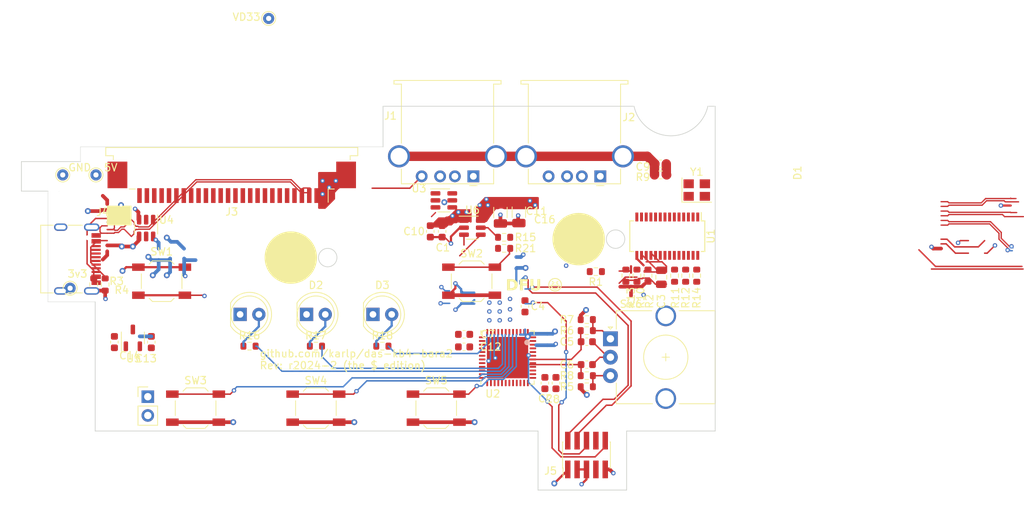
<source format=kicad_pcb>
(kicad_pcb (version 20240108) (generator "pcbnew") (generator_version "8.0")
  (layers (0 "F.Cu" signal) (1 "In1.Cu" power) (2 "In2.Cu" power) (31 "B.Cu" signal) (34 "B.Paste" user) (35 "F.Paste" user) (36 "B.SilkS" user "B.Silkscreen") (37 "F.SilkS" user "F.Silkscreen") (38 "B.Mask" user) (39 "F.Mask" user) (44 "Edge.Cuts" user))
  (net 0 "")
  (net 1 "GND")
  (net 2 "+5V")
  (net 3 "+3V3")
  (net 4 "/usb/VD33")
  (net 5 "/keys_mcu/ENC_A")
  (net 6 "/keys_mcu/ENC_B")
  (net 7 "GNDPWR")
  (net 8 "VBUS")
  (net 9 "Net-(D1-A)")
  (net 10 "Net-(D2-A)")
  (net 11 "Net-(D3-A)")
  (net 12 "/usb/UDS1N")
  (net 13 "/usb/UDS1P")
  (net 14 "/usb/UDS2N")
  (net 15 "/usb/UDS2P")
  (net 16 "/keys_mcu/CM1")
  (net 17 "/keys_mcu/CM2")
  (net 18 "/keys_mcu/CM3")
  (net 19 "/keys_mcu/CM4")
  (net 20 "/keys_mcu/CM5")
  (net 21 "/keys_mcu/CM6")
  (net 22 "/keys_mcu/CM7")
  (net 24 "/keys_mcu/CM9")
  (net 25 "/keys_mcu/CM10")
  (net 26 "/keys_mcu/CM11")
  (net 27 "/keys_mcu/CM12")
  (net 28 "/keys_mcu/CM13")
  (net 29 "/keys_mcu/CM14")
  (net 30 "/keys_mcu/CM15")
  (net 31 "/keys_mcu/CM16")
  (net 32 "/keys_mcu/CM17")
  (net 33 "/keys_mcu/CM18")
  (net 34 "/keys_mcu/CM19")
  (net 35 "/keys_mcu/CM20")
  (net 36 "/keys_mcu/CM21")
  (net 37 "/keys_mcu/CM22")
  (net 38 "/keys_mcu/CM23")
  (net 39 "/keys_mcu/CM24")
  (net 40 "/keys_mcu/CM25")
  (net 41 "/keys_mcu/CM26")
  (net 42 "Net-(J4-CC1)")
  (net 43 "/usb/UUPP")
  (net 44 "/usb/UUPN")
  (net 46 "Net-(J4-CC2)")
  (net 48 "/keys_mcu/SWD_IO")
  (net 49 "/keys_mcu/SWD_CLK")
  (net 50 "/keys_mcu/SWO")
  (net 53 "/keys_mcu/NRST")
  (net 54 "Net-(U1-REXT)")
  (net 55 "/usb/BUSJ")
  (net 56 "Net-(R5-Pad2)")
  (net 57 "Net-(R6-Pad2)")
  (net 58 "Net-(U1-DRV)")
  (net 59 "Net-(U1-~{XRSTJ})")
  (net 60 "/usb/PWR_OC")
  (net 61 "/usb/ILIM")
  (net 62 "/keys_mcu/NUM_LOCK")
  (net 63 "/keys_mcu/CAPS_LOCK")
  (net 64 "/keys_mcu/SCROLL_LOCK")
  (net 65 "/keys_mcu/SW1")
  (net 66 "/usb/PWR_EN")
  (net 67 "Net-(U1-XOUT)")
  (net 68 "Net-(U1-XIN)")
  (net 71 "UMCU_N")
  (net 72 "UMCU_P")
  (net 78 "/keys_mcu/SW3")
  (net 79 "/keys_mcu/SW4")
  (net 80 "/keys_mcu/SW5")
  (net 81 "/keys_mcu/SW2")
  (net 84 "unconnected-(U4-I{slash}O4-Pad6)")
  (footprint "Resistor_SMD:R_0603_1608Metric" (layer "F.Cu") (at 124.305 113.8)
    (property "Reference" "R16")
    (property "Value" "220")
  )
  (footprint "Capacitor_SMD:C_0603_1608Metric" (layer "F.Cu") (at 106 113.25 90)
    (property "Reference" "C14")
    (property "Value" "1uF")
  )
  (footprint "Capacitor_SMD:C_0603_1608Metric" (layer "F.Cu") (at 153.375 112.2 180)
    (property "Reference" "C7")
    (property "Value" "100nF")
  )
  (footprint "Button_Switch_SMD:SW_SPST_TL3342" (layer "F.Cu") (at 112.4 105 180)
    (property "Reference" "SW1")
    (property "Value" "PWR")
  )
  (footprint "Capacitor_SMD:C_0805_2012Metric" (layer "F.Cu") (at 180.0925 104.47 -90)
    (property "Reference" "C3")
    (property "Value" "10uF")
  )
  (footprint "Resistor_SMD:R_0603_1608Metric" (layer "F.Cu") (at 170 111.7)
    (property "Reference" "R6")
    (property "Value" "10k")
  )
  (footprint "Resistor_SMD:R_0603_1608Metric" (layer "F.Cu") (at 170 117.8 180)
    (property "Reference" "R8")
    (property "Value" "10k")
  )
  (footprint "Button_Switch_SMD:SW_SPST_TL3342" (layer "F.Cu") (at 149.6 122.2)
    (property "Reference" "SW5")
    (property "Value" "NEXT")
  )
  (footprint "Resistor_SMD:R_0603_1608Metric" (layer "F.Cu") (at 133.305 113.8)
    (property "Reference" "R17")
    (property "Value" "220")
  )
  (footprint "Connector_PinHeader_1.27mm:PinHeader_2x05_P1.27mm_Vertical_SMD" (layer "F.Cu") (at 169.96 128.55 90)
    (property "Reference" "J5")
    (property "Value" "Conn_ARM_JTAG_SWD_10")
  )
  (footprint "Crystal:Crystal_SMD_3225-4Pin_3.2x2.5mm" (layer "F.Cu") (at 184.9 92.65)
    (property "Reference" "Y1")
    (property "Value" "12MHz")
  )
  (footprint "Button_Switch_SMD:SW_SPST_TL3342" (layer "F.Cu") (at 154.4 105)
    (property "Reference" "SW2")
    (property "Value" "MUTE")
  )
  (footprint "Capacitor_SMD:C_0603_1608Metric" (layer "F.Cu") (at 165.825 118.8 -90)
    (property "Reference" "C8")
    (property "Value" "1uF")
  )
  (footprint "Resistor_SMD:R_0603_1608Metric" (layer "F.Cu") (at 170 110.2)
    (property "Reference" "R7")
    (property "Value" "10k")
  )
  (footprint "TestPoint:TestPoint_THTPad_D1.5mm_Drill0.7mm" (layer "F.Cu") (at 100 105.95)
    (property "Reference" "TP2" (hide yes))
    (property "Value" "3v3")
  )
  (footprint "Resistor_SMD:R_0603_1608Metric" (layer "F.Cu") (at 175.2925 104.25 90)
    (property "Reference" "R13")
    (property "Value" "10k")
  )
  (footprint "Resistor_SMD:R_0603_1608Metric" (layer "F.Cu") (at 178.2925 104.25 -90)
    (property "Reference" "R2")
    (property "Value" "10k")
  )
  (footprint "Rotary_Encoder:RotaryEncoder_Alps_EC12E_Vertical_H20mm_CircularMountingHoles" (layer "F.Cu") (at 173.2 112.8)
    (property "Reference" "SW6")
    (property "Value" "Volume")
  )
  (footprint "TestPoint:TestPoint_THTPad_D1.5mm_Drill0.7mm" (layer "F.Cu") (at 103.5 90.6)
    (property "Reference" "TP1" (hide yes))
    (property "Value" "5V")
  )
  (footprint "Capacitor_SMD:C_0603_1608Metric" (layer "F.Cu") (at 153.375 113.9)
    (property "Reference" "C12")
    (property "Value" "1uF")
  )
  (footprint "Capacitor_SMD:C_0603_1608Metric" (layer "F.Cu") (at 150.4 98.2505 90)
    (property "Reference" "C1")
    (property "Value" "100nF")
  )
  (footprint "Package_DFN_QFN:QFN-48-1EP_7x7mm_P0.5mm_EP5.6x5.6mm" (layer "F.Cu") (at 159.2625 115.35 90)
    (property "Reference" "U2")
    (property "Value" "STM32G431CBUx")
  )
  (footprint "Connector_USB:USB_C_Receptacle_G-Switch_GT-USB-7010ASV" (layer "F.Cu") (at 99.8 102 -90)
    (property "Reference" "J4")
    (property "Value" "USB_C_Receptacle_USB2.0")
  )
  (footprint "Resistor_SMD:R_0603_1608Metric" (layer "F.Cu") (at 158.8 100.5505)
    (property "Reference" "R21")
    (property "Value" "10k")
  )
  (footprint "Resistor_SMD:R_0603_1608Metric" (layer "F.Cu") (at 183.3925 104.25 90)
    (property "Reference" "R12")
    (property "Value" "10k")
  )
  (footprint "LED_THT:LED_D5.0mm" (layer "F.Cu") (at 123.03 109.5)
    (property "Reference" "D1")
    (property "Value" "NUM_LOCK")
  )
  (footprint "Resistor_SMD:R_0603_1608Metric" (layer "F.Cu") (at 142.305 113.8)
    (property "Reference" "R18")
    (property "Value" "220")
  )
  (footprint "Package_TO_SOT_SMD:SOT-23-6" (layer "F.Cu") (at 110.3 97.8 -90)
    (property "Reference" "U4")
    (property "Value" "SRV05-4")
  )
  (footprint "TestPoint:TestPoint_THTPad_D1.5mm_Drill0.7mm" (layer "F.Cu") (at 126.9 69.4)
    (property "Reference" "TP4" (hide yes))
    (property "Value" "VD33")
  )
  (footprint "Resistor_SMD:R_0603_1608Metric" (layer "F.Cu") (at 184.8925 104.25 90)
    (property "Reference" "R14")
    (property "Value" "10k")
  )
  (footprint "Connector_USB:USB_A_Stewart_SS-52100-001_Horizontal" (layer "F.Cu") (at 171.83 90.79 180)
    (property "Reference" "J2")
    (property "Value" "USB_A")
  )
  (footprint "Resistor_SMD:R_0603_1608Metric" (layer "F.Cu") (at 181.8925 104.25 90)
    (property "Reference" "R11")
    (property "Value" "10k")
  )
  (footprint "LED_THT:LED_D5.0mm" (layer "F.Cu") (at 141.03 109.5)
    (property "Reference" "D3")
    (property "Value" "SCROLL_LOCK")
  )
  (footprint "Button_Switch_SMD:SW_SPST_TL3342" (layer "F.Cu") (at 117 122.2)
    (property "Reference" "SW3")
    (property "Value" "PREV")
  )
  (footprint "Capacitor_SMD:C_0603_1608Metric" (layer "F.Cu") (at 170 113.2)
    (property "Reference" "C5")
    (property "Value" "10nF")
  )
  (footprint "Resistor_SMD:R_0603_1608Metric" (layer "F.Cu") (at 180 90.6 180)
    (property "Reference" "R9")
    (property "Value" "220")
  )
  (footprint "Capacitor_SMD:C_0603_1608Metric" (layer "F.Cu") (at 164.325 118.8 90)
    (property "Reference" "C2")
    (property "Value" "100nF")
  )
  (footprint "Connector_PinHeader_2.54mm:PinHeader_1x02_P2.54mm_Vertical" (layer "F.Cu") (at 110.525 120.65)
    (property "Reference" "JP3" (hide yes))
    (property "Value" "Jumper_2_Open" (hide yes))
  )
  (footprint "Capacitor_SMD:C_0603_1608Metric" (layer "F.Cu") (at 161.625 108.4 -90)
    (property "Reference" "C4")
    (property "Value" "100nF")
  )
  (footprint "Capacitor_SMD:C_0603_1608Metric" (layer "F.Cu") (at 180 89.1 180)
    (property "Reference" "C9")
    (property "Value" "100nF")
  )
  (footprint "Connector_USB:USB_A_Stewart_SS-52100-001_Horizontal" (layer "F.Cu") (at 154.63 90.79 180)
    (property "Reference" "J1")
    (property "Value" "USB_A")
  )
  (footprint "Capacitor_SMD:C_1206_3216Metric" (layer "F.Cu") (at 160.8 95.6505 -90)
    (property "Reference" "C16")
    (property "Value" "100uF")
  )
  (footprint "Resistor_SMD:R_0603_1608Metric" (layer "F.Cu") (at 170 119.3)
    (property "Reference" "R5")
    (property "Value" "10k")
  )
  (footprint "Capacitor_SMD:C_0603_1608Metric" (layer "F.Cu") (at 170 116.3)
    (property "Reference" "C6")
    (property "Value" "10nF")
  )
  (footprint "Package_TO_SOT_SMD:SOT-23-6" (layer "F.Cu") (at 154.5 97.7505)
    (property "Reference" "U6")
    (property "Value" "AP2552W6")
  )
  (footprint "Package_SO:SSOP-28_3.9x9.9mm_P0.635mm" (layer "F.Cu") (at 180.9075 98.9 -90)
    (property "Reference" "U1")
    (property "Value" "FE1.1s")
  )
  (footprint "Button_Switch_SMD:SW_SPST_TL3342" (layer "F.Cu") (at 133.3 122.2)
    (property "Reference" "SW4")
    (property "Value" "PLAY_PAUSE")
  )
  (footprint "TestPoint:TestPoint_THTPad_D1.5mm_Drill0.7mm" (layer "F.Cu") (at 99 90.6)
    (property "Reference" "TP3" (hide yes))
    (property "Value" "GND")
  )
  (footprint "Capacitor_SMD:C_1206_3216Metric" (layer "F.Cu") (at 158.3 95.7 -90)
    (property "Reference" "C11")
    (property "Value" "100uF")
  )
  (footprint "Resistor_SMD:R_0603_1608Metric" (layer "F.Cu") (at 104.75 105.45 -90)
    (property "Reference" "R4")
    (property "Value" "5k1")
  )
  (footprint "Package_TO_SOT_SMD:SOT-23-3" (layer "F.Cu") (at 108.5 112.68 90)
    (property "Reference" "U5")
    (property "Value" "XC6206PxxxMR")
  )
  (footprint "Resistor_SMD:R_0603_1608Metric" (layer "F.Cu") (at 103.2 105.45 -90)
    (property "Reference" "R3")
    (property "Value" "5k1")
  )
  (footprint "Resistor_SMD:R_0603_1608Metric" (layer "F.Cu") (at 171.225 103.7)
    (property "Reference" "R1")
    (property "Value" "2k7/1%")
  )
  (footprint "Capacitor_SMD:C_0603_1608Metric" (layer "F.Cu") (at 111 113.25 -90)
    (property "Reference" "C13")
    (property "Value" "1uF")
  )
  (footprint "Connector_FFC-FPC:TE_2-84952-6_1x26-1MP_P1.0mm_Horizontal" (layer "F.Cu") (at 121.9 91.6 180)
    (property "Reference" "J3")
    (property "Value" "Conn_01x26_Socket")
  )
  (footprint "Resistor_SMD:R_0603_1608Metric" (layer "F.Cu") (at 176.7925 104.25 90)
    (property "Reference" "R10")
    (property "Value" "0")
  )
  (footprint "Capacitor_SMD:C_0603_1608Metric" (layer "F.Cu") (at 148.8 98.2505 -90)
    (property "Reference" "C10")
    (property "Value" "1uF")
  )
  (footprint "Package_TO_SOT_SMD:SOT-23-6" (layer "F.Cu") (at 150.6375 94.05)
    (property "Reference" "U3")
    (property "Value" "SRV05-4")
  )
  (footprint "LED_THT:LED_D5.0mm" (layer "F.Cu") (at 132.03 109.5)
    (property "Reference" "D2")
    (property "Value" "CAPS_LOCK")
  )
  (footprint "Resistor_SMD:R_0603_1608Metric" (layer "F.Cu") (at 158.8 99.0505)
    (property "Reference" "R15")
    (property "Value" "10k")
  )
  (gr_circle (center 161.9 113.3) (end 162.216228 113.3) (stroke (width 0.12)) (fill solid) (layer "B.SilkS"))
  (gr_rect (start 105 94.8) (end 108.3 97.4) (stroke (width 0.05)) (fill solid) (layer "F.SilkS"))
  (gr_circle (center 168.9 99.3) (end 172.4 99.3) (stroke (width 0.1)) (fill solid) (layer "F.SilkS"))
  (gr_circle (center 129.9 101.8) (end 133.4 101.8) (stroke (width 0.1)) (fill solid) (layer "F.SilkS"))
  (gr_line (start 97 92.8) (end 97 107.8) (stroke (width 0.05)) (layer "Edge.Cuts"))
  (gr_circle (center 134.9 101.8) (end 136.15 101.8) (stroke (width 0.1)) (fill none) (layer "Edge.Cuts"))
  (gr_line (start 142.4 86.8) (end 142.4 81.3) (stroke (width 0.1)) (layer "Edge.Cuts"))
  (gr_line (start 163.4 125.3) (end 103.4 125.3) (stroke (width 0.1)) (layer "Edge.Cuts"))
  (gr_line (start 98.5 92.8) (end 98.5 92.8) (stroke (width 0.05)) (layer "Edge.Cuts"))
  (gr_line (start 93.4 92.8) (end 93.4 88.8) (stroke (width 0.1)) (layer "Edge.Cuts"))
  (gr_line (start 175.4 125.3) (end 175.4 133.3) (stroke (width 0.1)) (layer "Edge.Cuts"))
  (gr_line (start 175.4 133.3) (end 163.4 133.3) (stroke (width 0.1)) (layer "Edge.Cuts"))
  (gr_line (start 103.4 125.3) (end 103.4 107.8) (stroke (width 0.1)) (layer "Edge.Cuts"))
  (gr_line (start 93.4 88.8) (end 101.4 88.8) (stroke (width 0.1)) (layer "Edge.Cuts"))
  (gr_line (start 163.4 133.3) (end 163.4 125.3) (stroke (width 0.1)) (layer "Edge.Cuts"))
  (gr_line (start 101.4 86.8) (end 142.4 86.8) (stroke (width 0.05)) (layer "Edge.Cuts"))
  (gr_line (start 97 107.8) (end 103.4 107.8) (stroke (width 0.05)) (layer "Edge.Cuts"))
  (gr_line (start 187.4 81.3) (end 187.4 125.3) (stroke (width 0.1)) (layer "Edge.Cuts"))
  (gr_circle (center 173.9 99.3) (end 175.15 99.3) (stroke (width 0.1)) (fill none) (layer "Edge.Cuts"))
  (gr_line (start 142.4 81.3) (end 176.4 81.3) (stroke (width 0.1)) (layer "Edge.Cuts"))
  (gr_line (start 101.4 86.8) (end 101.4 88.8) (stroke (width 0.05)) (layer "Edge.Cuts"))
  (gr_arc (start 186.4 81.300001) (mid 181.399983 85.3) (end 176.399992 81.299967) (stroke (width 0.1)) (layer "Edge.Cuts"))
  (gr_line (start 186.4 81.3) (end 187.4 81.3) (stroke (width 0.1)) (layer "Edge.Cuts"))
  (gr_line (start 97 92.8) (end 93.4 92.8) (stroke (width 0.1)) (layer "Edge.Cuts"))
  (gr_line (start 187.4 125.3) (end 175.4 125.3) (stroke (width 0.1)) (layer "Edge.Cuts"))
  (gr_text "DFU 😆" (at 159 106.5 0) (layer "F.SilkS") (effects (font (size 1.5 1.5) (thickness 0.3) (bold yes)) (justify left bottom)))
  (gr_text "github.com/karlp/das-kb4-bara2\nRev: r2024-2 (the $ edition)" (at 125.6 117 0) (layer "F.SilkS") (effects (font (size 1 1)) (justify left bottom)))
  (segment (start 180.775 89.1) (end 180.775 90.55) (width 1.27) (layer "F.Cu") (net 1))
  (segment (start 221.7 99.5005) (end 220.6005 99.5005) (width 0.2) (layer "F.Cu") (net 1))
  (segment (start 175.9925 105.745) (end 175.9925 106.975) (width 0.5) (layer "F.Cu") (net 1))
  (segment (start 169.96 130.5) (end 169.96 131.84) (width 0.3) (layer "F.Cu") (net 1))
  (segment (start 168.69 130.5) (end 169.96 130.5) (width 0.3) (layer "F.Cu") (net 1))
  (segment (start 105.025 101.47) (end 104.425 102.07) (width 0.5) (layer "F.Cu") (net 1))
  (segment (start 227.4325 94.7505) (end 226.1 94.7505) (width 0.3) (layer "F.Cu") (net 1))
  (segment (start 150.7255 99.0255) (end 151.6 99.9) (width 0.2) (layer "F.Cu") (net 1))
  (segment (start 169.96 131.84) (end 169.3 132.5) (width 0.3) (layer "F.Cu") (net 1))
  (segment (start 146.02 92.4) (end 147.63 90.79) (width 0.2) (layer "F.Cu") (net 1))
  (segment (start 216.9275 100.578) (end 216.7 100.3505) (width 0.5) (layer "F.Cu") (net 1))
  (segment (start 175.9925 105.745) (end 177.4475 105.745) (width 0.5) (layer "F.Cu") (net 1))
  (segment (start 223.9 101.2005) (end 224.25 101.2005) (width 0.2) (layer "F.Cu") (net 1))
  (segment (start 103.2 106.275) (end 104.75 106.275) (width 0.5) (layer "F.Cu") (net 1))
  (segment (start 218 100.578) (end 216.9275 100.578) (width 0.5) (layer "F.Cu") (net 1))
  (segment (start 104.75 106.275) (end 104.75 107.35) (width 0.5) (layer "F.Cu") (net 1))
  (segment (start 153.3625 97.7505) (end 152.8 97.7505) (width 0.3) (layer "F.Cu") (net 1))
  (segment (start 105.025 100.95) (end 105.025 101.47) (width 0.5) (layer "F.Cu") (net 1))
  (segment (start 148.8 99.0255) (end 150.4 99.0255) (width 0.3) (layer "F.Cu") (net 1))
  (segment (start 158.3 97.175) (end 158.3 96) (width 0.5) (layer "F.Cu") (net 1))
  (segment (start 220.6005 99.5005) (end 220.3 99.801) (width 0.2) (layer "F.Cu") (net 1))
  (segment (start 170.775 113.2) (end 172.875 115.3) (width 0.2) (layer "F.Cu") (net 1))
  (segment (start 180.775 90.55) (end 180.825 90.6) (width 1.27) (layer "F.Cu") (net 1))
  (segment (start 150.4 99.0255) (end 150.7255 99.0255) (width 0.2) (layer "F.Cu") (net 1))
  (segment (start 175.9925 105.745) (end 174.5375 105.745) (width 0.5) (layer "F.Cu") (net 1))
  (segment (start 173.1 130.5) (end 173.6 131) (width 0.5) (layer "F.Cu") (net 1))
  (segment (start 177.4475 105.745) (end 177.7925 105.4) (width 0.5) (layer "F.Cu") (net 1))
  (segment (start 172.875 115.3) (end 173.2 115.3) (width 0.2) (layer "F.Cu") (net 1))
  (segment (start 151.6 98.9505) (end 151.6 99.9) (width 0.3) (layer "F.Cu") (net 1))
  (segment (start 104.75 107.35) (end 104.8 107.4) (width 0.5) (layer "F.Cu") (net 1))
  (segment (start 173.2 115.3) (end 171.775 115.3) (width 0.2) (layer "F.Cu") (net 1))
  (segment (start 172.5 130.5) (end 173.1 130.5) (width 0.5) (layer "F.Cu") (net 1))
  (segment (start 171.775 115.3) (end 170.775 116.3) (width 0.2) (layer "F.Cu") (net 1))
  (segment (start 224.25 101.2005) (end 225.3 100.1505) (width 0.2) (layer "F.Cu") (net 1))
  (segment (start 152.8 97.7505) (end 151.6 98.9505) (width 0.3) (layer "F.Cu") (net 1))
  (segment (start 140.925 92.4) (end 146.02 92.4) (width 0.2) (layer "F.Cu") (net 1))
  (segment (start 160.7 97.175) (end 160.7 96.1) (width 0.5) (layer "F.Cu") (net 1))
  (segment (start 160.7 97.175) (end 158.3 97.175) (width 0.5) (layer "F.Cu") (net 1))
  (via (at 226.1 94.7505) (size 0.6) (drill 0.3) (layers "F.Cu" "B.Cu") (net 1))
  (via (at 225.3 100.1505) (size 0.6) (drill 0.3) (layers "F.Cu" "B.Cu") (net 1))
  (via (at 158.2 107.9) (size 0.6) (drill 0.3) (layers "F.Cu" "B.Cu") (net 1))
  (via (at 156.8 109.1) (size 0.6) (drill 0.3) (layers "F.Cu" "B.Cu") (net 1))
  (via (at 177.6925 106.85) (size 0.6) (drill 0.3) (layers "F.Cu" "B.Cu") (net 1))
  (via (at 216.7 100.3505) (size 0.6) (drill 0.3) (layers "F.Cu" "B.Cu") (net 1))
  (via (at 150.3 105.8) (size 0.6) (drill 0.3) (layers "F.Cu" "B.Cu") (net 1))
  (via (at 220.3 99.801) (size 0.6) (drill 0.3) (layers "F.Cu" "B.Cu") (net 1))
  (via (at 159.6 108.8) (size 0.6) (drill 0.3) (layers "F.Cu" "B.Cu") (net 1))
  (via (at 167.2 102.9) (size 0.6) (drill 0.3) (layers "F.Cu" "B.Cu") (net 1))
  (via (at 104.8 107.4) (size 0.6) (drill 0.3) (layers "F.Cu" "B.Cu") (net 1))
  (via (at 158.2 109.1) (size 0.6) (drill 0.3) (layers "F.Cu" "B.Cu") (net 1))
  (via (at 160.7 96.1) (size 0.6) (drill 0.3) (layers "F.Cu" "B.Cu") (net 1))
  (via (at 159.6 110.2) (size 0.6) (drill 0.3) (layers "F.Cu" "B.Cu") (net 1))
  (via (at 156.8 107.9) (size 0.6) (drill 0.3) (layers "F.Cu" "B.Cu") (net 1))
  (via (at 159.6 107.4) (size 0.6) (drill 0.3) (layers "F.Cu" "B.Cu") (net 1))
  (via (at 165.8 113.5) (size 0.6) (drill 0.3) (layers "F.Cu" "B.Cu") (net 1))
  (via (at 158.3 96) (size 0.6) (drill 0.3) (layers "F.Cu" "B.Cu") (net 1))
  (via (at 169.3 132.5) (size 0.6) (drill 0.3) (layers "F.Cu" "B.Cu") (net 1))
  (via (at 161.4 101.4) (size 0.6) (drill 0.3) (layers "F.Cu" "B.Cu") (net 1))
  (via (at 156.8 110.3) (size 0.6) (drill 0.3) (layers "F.Cu" "B.Cu") (net 1))
  (via (at 158.2 110.3) (size 0.6) (drill 0.3) (layers "F.Cu" "B.Cu") (net 1))
  (via (at 151.6 99.9) (size 0.6) (drill 0.3) (layers "F.Cu" "B.Cu") (net 1))
  (via (at 150.2 108) (size 0.6) (drill 0.3) (layers "F.Cu" "B.Cu") (net 1))
  (via (at 115.6 104.3) (size 0.6) (drill 0.3) (layers "F.Cu" "B.Cu") (net 1))
  (via (at 173.6 131) (size 0.6) (drill 0.3) (layers "F.Cu" "B.Cu") (net 1))
  (segment (start 115.45 104.15) (end 115.6 104.3) (width 0.5) (layer "B.Cu") (net 1))
  (segment (start 150.8 106.3) (end 150.3 105.8) (width 0.2) (layer "B.Cu") (net 1))
  (segment (start 160.45 101.725) (end 161.075 101.725) (width 0.5) (layer "B.Cu") (net 1))
  (segment (start 151.425 106.3) (end 150.8 106.3) (width 0.2) (layer "B.Cu") (net 1))
  (segment (start 165.625 113.675) (end 165.8 113.5) (width 0.5) (layer "B.Cu") (net 1))
  (segment (start 117 102.145) (end 115.6575 102.145) (width 0.5) (layer "B.Cu") (net 1))
  (segment (start 161.075 101.725) (end 161.4 101.4) (width 0.5) (layer "B.Cu") (net 1))
  (segment (start 115.6575 102.145) (end 115.45 101.9375) (width 0.5) (layer "B.Cu") (net 1))
  (segment (start 151.425 108) (end 150.2 108) (width 0.2) (layer "B.Cu") (net 1))
  (segment (start 164.65 113.675) (end 165.625 113.675) (width 0.5) (layer "B.Cu") (net 1))
  (segment (start 163.15 113.675) (end 164.65 113.675) (width 0.5) (layer "B.Cu") (net 1))
  (segment (start 115.45 101.9375) (end 115.45 104.15) (width 0.5) (layer "B.Cu") (net 1))
  (segment (start 104.078173 95.5) (end 102.4 95.5) (width 0.5) (layer "F.Cu") (net 2))
  (segment (start 104.228173 95.35) (end 104.078173 95.5) (width 0.5) (layer "F.Cu") (net 2))
  (segment (start 177.0225 104.645) (end 176.7925 104.875) (width 0.2) (layer "F.Cu") (net 2))
  (segment (start 148.8 97.4755) (end 150.4 97.4755) (width 0.5) (layer "F.Cu") (net 2))
  (segment (start 105.025 94.55) (end 105.025 94.03) (width 0.5) (layer "F.Cu") (net 2))
  (segment (start 176.7925 104.875) (end 175.3925 104.875) (width 0.2) (layer "F.Cu") (net 2))
  (segment (start 105.025 95.35) (end 106.25 95.35) (width 0.5) (layer "F.Cu") (net 2))
  (segment (start 180.7925 105.4) (end 179.2925 105.4) (width 0.2) (layer "F.Cu") (net 2))
  (segment (start 175.3925 104.875) (end 175.0925 104.575) (width 0.2) (layer "F.Cu") (net 2))
  (segment (start 105.025 94.03) (end 104.425 93.43) (width 0.5) (layer "F.Cu") (net 2))
  (segment (start 176.7925 104.45) (end 175.2175 104.45) (width 0.2) (layer "F.Cu") (net 2))
  (segment (start 106.25 95.35) (end 106.9 94.7) (width 0.5) (layer "F.Cu") (net 2))
  (segment (start 175.2175 104.45) (end 174.3925 105.275) (width 0.2) (layer "F.Cu") (net 2))
  (segment (start 177.5925 104.575) (end 177.5225 104.645) (width 0.2) (layer "F.Cu") (net 2))
  (segment (start 151.55 96.8005) (end 153.3625 96.8005) (width 0.5) (layer "F.Cu") (net 2))
  (segment (start 105.025 95.35) (end 104.228173 95.35) (width 0.5) (layer "F.Cu") (net 2))
  (segment (start 179.2925 105.4) (end 178.4675 104.575) (width 0.2) (layer "F.Cu") (net 2))
  (segment (start 177.5225 104.645) (end 177.0225 104.645) (width 0.2) (layer "F.Cu") (net 2))
  (segment (start 150.875 97.4755) (end 151.55 96.8005) (width 0.5) (layer "F.Cu") (net 2))
  (segment (start 153.3625 96.8005) (end 153.35 96.8005) (width 0.5) (layer "F.Cu") (net 2))
  (segment (start 178.4675 104.575) (end 177.5925 104.575) (width 0.2) (layer "F.Cu") (net 2))
  (segment (start 150.4 97.4755) (end 150.875 97.4755) (width 0.5) (layer "F.Cu") (net 2))
  (via (at 153.7 95.6505) (size 0.6) (drill 0.3) (layers "F.Cu" "B.Cu") (net 2))
  (via (at 102.4 95.5) (size 0.8) (drill 0.4) (layers "F.Cu" "B.Cu") (net 2))
  (via (at 151.8 96.1505) (size 0.6) (drill 0.3) (layers "F.Cu" "B.Cu") (net 2))
  (via (at 135.1 92.3) (size 0.6) (drill 0.3) (layers "F.Cu" "B.Cu") (net 2))
  (via (at 152.6 95.6505) (size 0.6) (drill 0.3) (layers "F.Cu" "B.Cu") (net 2))
  (via (at 106.9 94.7) (size 0.8) (drill 0.4) (layers "F.Cu" "B.Cu") (net 2))
  (via (at 134.2 93.2) (size 0.6) (drill 0.3) (layers "F.Cu" "B.Cu") (net 2))
  (via (at 136 91.4) (size 0.6) (drill 0.3) (layers "F.Cu" "B.Cu") (net 2))
  (via (at 134.2 91.4) (size 0.6) (drill 0.3) (layers "F.Cu" "B.Cu") (net 2))
  (via (at 113.1 99.1) (size 0.8) (drill 0.4) (layers "F.Cu" "B.Cu") (net 2))
  (segment (start 115.4325 100.595) (end 114.5 99.6625) (width 0.5) (layer "B.Cu") (net 2))
  (segment (start 113.6625 99.6625) (end 113.1 99.1) (width 0.5) (layer "B.Cu") (net 2))
  (segment (start 111 112.475) (end 109.4325 112.475) (width 0.5) (layer "B.Cu") (net 2))
  (segment (start 114.5 99.6625) (end 113.6625 99.6625) (width 0.5) (layer "B.Cu") (net 2))
  (segment (start 107.6 103.1) (end 107.1 103.6) (width 0.3) (layer "F.Cu") (net 3))
  (segment (start 146.45 124.1) (end 152.75 124.1) (width 0.5) (layer "F.Cu") (net 3))
  (segment (start 169.175 110.2) (end 169.175 109.625) (width 0.5) (layer "F.Cu") (net 3))
  (segment (start 109.25 103.1) (end 107.6 103.1) (width 0.3) (layer "F.Cu") (net 3))
  (segment (start 169.175 109.625) (end 169.9 108.9) (width 0.5) (layer "F.Cu") (net 3))
  (segment (start 169.175 119.575) (end 170 120.4) (width 0.5) (layer "F.Cu") (net 3))
  (segment (start 109.25 103.1) (end 115.55 103.1) (width 0.3) (layer "F.Cu") (net 3))
  (segment (start 151.25 106.9) (end 157.55 106.9) (width 0.5) (layer "F.Cu") (net 3))
  (segment (start 152.2 105.3) (end 152.2 105.95) (width 0.3) (layer "F.Cu") (net 3))
  (segment (start 167.42 130.58) (end 165.6 132.4) (width 0.3) (layer "F.Cu") (net 3))
  (segment (start 157.55 106.9) (end 157.7 106.9) (width 0.5) (layer "F.Cu") (net 3))
  (segment (start 167.42 130.5) (end 167.42 130.58) (width 0.3) (layer "F.Cu") (net 3))
  (segment (start 152.2 105.95) (end 151.25 106.9) (width 0.3) (layer "F.Cu") (net 3))
  (segment (start 113.85 124.1) (end 120.15 124.1) (width 0.5) (layer "F.Cu") (net 3))
  (segment (start 169.175 119.3) (end 169.175 119.575) (width 0.5) (layer "F.Cu") (net 3))
  (segment (start 120.15 124.1) (end 122.1 124.1) (width 0.5) (layer "F.Cu") (net 3))
  (segment (start 136.45 124.1) (end 138.5 124.1) (width 0.5) (layer "F.Cu") (net 3))
  (segment (start 130.15 124.1) (end 136.45 124.1) (width 0.5) (layer "F.Cu") (net 3))
  (segment (start 152.75 124.1) (end 154.8 124.1) (width 0.5) (layer "F.Cu") (net 3))
  (via (at 169.9 108.9) (size 0.8) (drill 0.4) (layers "F.Cu" "B.Cu") (net 3))
  (via (at 111.2 104.2) (size 0.8) (drill 0.4) (layers "F.Cu" "B.Cu") (net 3))
  (via (at 162 112.5) (size 0.8) (drill 0.4) (layers "F.Cu" "B.Cu") (net 3))
  (via (at 152.210401 108.860378) (size 0.6) (drill 0.3) (layers "F.Cu" "B.Cu") (net 3))
  (via (at 152.2 105.3) (size 0.6) (drill 0.3) (layers "F.Cu" "B.Cu") (net 3))
  (via (at 165.6 132.4) (size 0.8) (drill 0.4) (layers "F.Cu" "B.Cu") (net 3))
  (via (at 154.8 124.1) (size 0.8) (drill 0.4) (layers "F.Cu" "B.Cu") (net 3))
  (via (at 107.1 103.6) (size 0.8) (drill 0.4) (layers "F.Cu" "B.Cu") (net 3))
  (via (at 161.7 103.2) (size 0.8) (drill 0.4) (layers "F.Cu" "B.Cu") (net 3))
  (via (at 138.5 124.1) (size 0.8) (drill 0.4) (layers "F.Cu" "B.Cu") (net 3))
  (via (at 110.6 101.7) (size 0.8) (drill 0.4) (layers "F.Cu" "B.Cu") (net 3))
  (via (at 170 120.4) (size 0.8) (drill 0.4) (layers "F.Cu" "B.Cu") (net 3))
  (via (at 113.1 104.2) (size 0.8) (drill 0.4) (layers "F.Cu" "B.Cu") (net 3))
  (via (at 165.7 111.8) (size 0.8) (drill 0.4) (layers "F.Cu" "B.Cu") (net 3))
  (via (at 122.1 124.1) (size 0.8) (drill 0.4) (layers "F.Cu" "B.Cu") (net 3))
  (segment (start 152.210401 108.860378) (end 152.975 108.095779) (width 0.3) (layer "B.Cu") (net 3))
  (segment (start 160.45 105.3625) (end 160.45 103.275) (width 0.3) (layer "B.Cu") (net 3))
  (segment (start 154.3125 108) (end 154.7625 107.55) (width 0.3) (layer "B.Cu") (net 3))
  (segment (start 163.15 112.125) (end 164.65 112.125) (width 0.5) (layer "B.Cu") (net 3))
  (segment (start 112 102.145) (end 111.045 102.145) (width 0.5) (layer "B.Cu") (net 3))
  (segment (start 161.7375 112.2375) (end 162 112.5) (width 0.3) (layer "B.Cu") (net 3))
  (segment (start 111.045 102.145) (end 110.6 101.7) (width 0.5) (layer "B.Cu") (net 3))
  (segment (start 164.65 112.125) (end 165.375 112.125) (width 0.5) (layer "B.Cu") (net 3))
  (segment (start 154.7625 108.05) (end 153.025 108.05) (width 0.3) (layer "B.Cu") (net 3))
  (segment (start 153.225 106.55) (end 152.975 106.3) (width 0.3) (layer "B.Cu") (net 3))
  (segment (start 113.55 101.9375) (end 113.55 103.75) (width 0.5) (layer "B.Cu") (net 3))
  (segment (start 161.7 103.2) (end 160.525 103.2) (width 0.5) (layer "B.Cu") (net 3))
  (segment (start 153.025 108.05) (end 152.975 108) (width 0.3) (layer "B.Cu") (net 3))
  (segment (start 112 102.145) (end 113.3425 102.145) (width 0.5) (layer "B.Cu") (net 3))
  (segment (start 152.975 106.3) (end 152.975 106.075) (width 0.3) (layer "B.Cu") (net 3))
  (segment (start 152.975 106.075) (end 152.2 105.3) (width 0.3) (layer "B.Cu") (net 3))
  (segment (start 153.025 106.55) (end 152.975 106.5) (width 0.3) (layer "B.Cu") (net 3))
  (segment (start 165.375 112.125) (end 165.7 111.8) (width 0.5) (layer "B.Cu") (net 3))
  (segment (start 161.6375 112.1375) (end 162 112.5) (width 0.3) (layer "B.Cu") (net 3))
  (segment (start 113.3425 102.145) (end 113.55 101.9375) (width 0.5) (layer "B.Cu") (net 3))
  (segment (start 112 102.145) (end 112 103.4) (width 0.5) (layer "B.Cu") (net 3))
  (segment (start 154.7625 106.55) (end 153.225 106.55) (width 0.3) (layer "B.Cu") (net 3))
  (segment (start 161.6375 111.55) (end 161.6375 112.1375) (width 0.3) (layer "B.Cu") (net 3))
  (segment (start 160.95 112.2375) (end 161.7375 112.2375) (width 0.3) (layer "B.Cu") (net 3))
  (segment (start 113.55 103.75) (end 113.1 104.2) (width 0.5) (layer "B.Cu") (net 3))
  (segment (start 162.375 112.125) (end 162 112.5) (width 0.5) (layer "B.Cu") (net 3))
  (segment (start 112 103.4) (end 111.2 104.2) (width 0.5) (layer "B.Cu") (net 3))
  (segment (start 152.975 108.095779) (end 152.975 108) (width 0.3) (layer "B.Cu") (net 3))
  (segment (start 160.525 103.2) (end 160.45 103.275) (width 0.5) (layer "B.Cu") (net 3))
  (segment (start 163.15 112.125) (end 162.375 112.125) (width 0.5) (layer "B.Cu") (net 3))
  (segment (start 152.975 108) (end 154.3125 108) (width 0.3) (layer "B.Cu") (net 3))
  (segment (start 169.225 114.275) (end 167.9 115.6) (width 0.2) (layer "F.Cu") (net 5))
  (segment (start 169.175 113.15) (end 169.225 113.2) (width 0.2) (layer "F.Cu") (net 5))
  (segment (start 169.225 113.2) (end 169.225 114.275) (width 0.2) (layer "F.Cu") (net 5))
  (segment (start 169.175 111.7) (end 169.175 113.15) (width 0.2) (layer "F.Cu") (net 5))
  (segment (start 157.8 115.6) (end 157.6 115.4) (width 0.2) (layer "F.Cu") (net 5))
  (segment (start 167.9 115.6) (end 157.8 115.6) (width 0.2) (layer "F.Cu") (net 5))
  (via (at 157.6 115.4) (size 0.6) (drill 0.3) (layers "F.Cu" "B.Cu") (net 5))
  (segment (start 157.6 115.4) (end 157.45 115.25) (width 0.2) (layer "B.Cu") (net 5))
  (segment (start 157.45 115.25) (end 157.45 112.2375) (width 0.2) (layer "B.Cu") (net 5))
  (segment (start 169.225 116.3) (end 157.2 116.3) (width 0.2) (layer "F.Cu") (net 6))
  (segment (start 157.2 116.3) (end 156.7 115.8) (width 0.2) (layer "F.Cu") (net 6))
  (segment (start 169.225 117.75) (end 169.175 117.8) (width 0.2) (layer "F.Cu") (net 6))
  (segment (start 169.225 116.3) (end 169.225 117.75) (width 0.2) (layer "F.Cu") (net 6))
  (via (at 156.7 115.8) (size 0.6) (drill 0.3) (layers "F.Cu" "B.Cu") (net 6))
  (segment (start 156.95 115.55) (end 156.95 112.2375) (width 0.2) (layer "B.Cu") (net 6))
  (segment (start 156.7 115.8) (end 156.95 115.55) (width 0.2) (layer "B.Cu") (net 6))
  (segment (start 179.175 89.15) (end 179.225 89.1) (width 1.27) (layer "F.Cu") (net 7))
  (segment (start 178.205 88.08) (end 179.225 89.1) (width 1.27) (layer "F.Cu") (net 7))
  (segment (start 157.7 88.08) (end 144.56 88.08) (width 1.27) (layer "F.Cu") (net 7))
  (segment (start 179.175 90.6) (end 179.175 89.15) (width 1.27) (layer "F.Cu") (net 7))
  (segment (start 174.9 88.08) (end 161.76 88.08) (width 1.27) (layer "F.Cu") (net 7))
  (segment (start 174.9 88.08) (end 178.205 88.08) (width 1.27) (layer "F.Cu") (net 7))
  (segment (start 157.7 88.08) (end 161.76 88.08) (width 1.27) (layer "F.Cu") (net 7))
  (segment (start 154.63 90.79) (end 154.9775 90.79) (width 0.5) (layer "F.Cu") (net 8))
  (segment (start 150.8 94.3) (end 150.7 94.3) (width 0.5) (layer "F.Cu") (net 8))
  (segment (start 154.63 90.79) (end 154.31 90.79) (width 0.5) (layer "F.Cu") (net 8))
  (via (at 155.5 94.7) (size 0.6) (drill 0.3) (layers "F.Cu" "B.Cu") (net 8))
  (via (at 163 94.7) (size 0.6) (drill 0.3) (layers "F.Cu" "B.Cu") (net 8))
  (via (at 156.4 93.9) (size 0.6) (drill 0.3) (layers "F.Cu" "B.Cu") (net 8))
  (via (at 150.7 94.3) (size 0.8) (drill 0.4) (layers "F.Cu" "B.Cu") (net 8))
  (via (at 156.6 94.7) (size 0.6) (drill 0.3) (layers "F.Cu" "B.Cu") (net 8))
  (via (at 162.3 94.1) (size 0.6) (drill 0.3) (layers "F.Cu" "B.Cu") (net 8))
  (segment (start 123.48 113.8) (end 123.48 113.22) (width 0.3) (layer "B.Cu") (net 9))
  (segment (start 125.57 111.13) (end 125.57 109.5) (width 0.3) (layer "B.Cu") (net 9))
  (segment (start 123.48 113.22) (end 125.57 111.13) (width 0.3) (layer "B.Cu") (net 9))
  (segment (start 134.57 111.13) (end 132.48 113.22) (width 0.3) (layer "B.Cu") (net 10))
  (segment (start 134.57 109.5) (end 134.57 111.13) (width 0.3) (layer "B.Cu") (net 10))
  (segment (start 132.48 113.22) (end 132.48 113.8) (width 0.3) (layer "B.Cu") (net 10))
  (segment (start 143.57 111.03) (end 141.48 113.12) (width 0.3) (layer "B.Cu") (net 11))
  (segment (start 141.48 113.12) (end 141.48 113.8) (width 0.3) (layer "B.Cu") (net 11))
  (segment (start 143.57 109.5) (end 143.57 111.03) (width 0.3) (layer "B.Cu") (net 11))
  (segment (start 224.162548 94.1015) (end 226.551 94.1015) (width 0.175) (layer "F.Cu") (net 12))
  (segment (start 226.7 94.2505) (end 228.5 94.2505) (width 0.175) (layer "F.Cu") (net 12))
  (segment (start 219.066501 94.6965) (end 223.567548 94.6965) (width 0.175) (layer "F.Cu") (net 12))
  (segment (start 218.900001 94.863) (end 219.066501 94.6965) (width 0.175) (layer "F.Cu") (net 12))
  (segment (start 218 94.863) (end 218.900001 94.863) (width 0.175) (layer "F.Cu") (net 12))
  (segment (start 223.567548 94.6965) (end 224.162548 94.1015) (width 0.175) (layer "F.Cu") (net 12))
  (segment (start 226.551 94.1015) (end 226.7 94.2505) (width 0.175) (layer "F.Cu") (net 12))
  (segment (start 224.038452 93.8005) (end 227.4325 93.8005) (width 0.175) (layer "F.Cu") (net 13))
  (segment (start 227.425 93.7455) (end 227.425 93.7505) (width 0.175) (layer "F.Cu") (net 13))
  (segment (start 223.442452 94.3945) (end 224.037452 93.7995) (width 0.175) (layer "F.Cu") (net 13))
  (segment (start 228.15 93.8005) (end 227.4325 93.8005) (width 0.175) (layer "F.Cu") (net 13))
  (segment (start 218.900001 94.228) (end 219.066501 94.3945) (width 0.175) (layer "F.Cu") (net 13))
  (segment (start 219.066501 94.3945) (end 223.442452 94.3945) (width 0.175) (layer "F.Cu") (net 13))
  (segment (start 218 94.228) (end 218.900001 94.228) (width 0.175) (layer "F.Cu") (net 13))
  (segment (start 224.037452 93.7995) (end 224.038452 93.8005) (width 0.175) (layer "F.Cu") (net 13))
  (segment (start 148.9575 96.2505) (end 149.5075 95.7005) (width 0.175) (layer "F.Cu") (net 14))
  (segment (start 226.316 95.9665) (end 226.6 96.2505) (width 0.175) (layer "F.Cu") (net 14))
  (segment (start 218 96.133) (end 218.900001 96.133) (width 0.175) (layer "F.Cu") (net 14))
  (segment (start 218.900001 96.133) (end 219.066501 95.9665) (width 0.175) (layer "F.Cu") (net 14))
  (segment (start 226.6 96.2505) (end 229.1575 96.2505) (width 0.175) (layer "F.Cu") (net 14))
  (segment (start 219.066501 95.9665) (end 226.316 95.9665) (width 0.175) (layer "F.Cu") (net 14))
  (segment (start 223.05 100.3505) (end 219.8425 100.3505) (width 0.2) (layer "F.Cu") (net 15))
  (segment (start 218.900001 95.498) (end 219.066501 95.6645) (width 0.175) (layer "F.Cu") (net 15))
  (segment (start 227.4325 95.7005) (end 228.25 95.7005) (width 0.175) (layer "F.Cu") (net 15))
  (segment (start 219.066501 95.6645) (end 227.3965 95.6645) (width 0.175) (layer "F.Cu") (net 15))
  (segment (start 227.3965 95.6645) (end 227.4325 95.7005) (width 0.175) (layer "F.Cu") (net 15))
  (segment (start 223.9 99.5005) (end 223.05 100.3505) (width 0.2) (layer "F.Cu") (net 15))
  (segment (start 219.8425 100.3505) (end 218.8 99.308) (width 0.2) (layer "F.Cu") (net 15))
  (segment (start 218.8 99.308) (end 218 99.308) (width 0.2) (layer "F.Cu") (net 15))
  (segment (start 218 95.498) (end 218.900001 95.498) (width 0.175) (layer "F.Cu") (net 15))
  (segment (start 102.3 97.65) (end 103.45 96.5) (width 0.2) (layer "F.Cu") (net 42))
  (segment (start 103.2 103.55) (end 102.3 102.65) (width 0.2) (layer "F.Cu") (net 42))
  (segment (start 103.45 96.5) (end 105.025 96.5) (width 0.2) (layer "F.Cu") (net 42))
  (segment (start 103.2 104.625) (end 103.2 103.55) (width 0.2) (layer "F.Cu") (net 42))
  (segment (start 102.3 102.65) (end 102.3 97.65) (width 0.2) (layer "F.Cu") (net 42))
  (segment (start 129.837452 91.551) (end 131.127452 92.841) (width 0.175) (layer "F.Cu") (net 43))
  (segment (start 105.025 98.5) (end 105.955001 98.5) (width 0.175) (layer "F.Cu") (net 43))
  (segment (start 106.054001 98.401) (end 106.55745 98.401) (width 0.175) (layer "F.Cu") (net 43))
  (segment (start 108.5 100.3) (end 109.25 99.55) (width 0.5) (layer "F.Cu") (net 43))
  (segment (start 131.433499 92.841) (end 131.599999 93.0075) (width 0.175) (layer "F.Cu") (net 43))
  (segment (start 117.162548 91.551) (end 129.837452 91.551) (width 0.175) (layer "F.Cu") (net 43))
  (segment (start 105.025 98.5) (end 104.23 98.5) (width 0.175) (layer "F.Cu") (net 43))
  (segment (start 108.3 98.9375) (end 108.6625 98.575) (width 0.175) (layer "F.Cu") (net 43))
  (segment (start 107.313501 97.951001) (end 108.3 98.9375) (width 0.175) (layer "F.Cu") (net 43))
  (segment (start 107 100.3) (end 108.5 100.3) (width 0.5) (layer "F.Cu") (net 43))
  (segment (start 108.6625 98.575) (end 108.6625 98.239624) (width 0.175) (layer "F.Cu") (net 43))
  (segment (start 110.762548 97.951) (end 117.162548 91.551) (width 0.175) (layer "F.Cu") (net 43))
  (segment (start 109.2865 97.951) (end 110.762548 97.951) (width 0.175) (layer "F.Cu") (net 43))
  (segment (start 108.6625 98.239624) (end 108.914624 97.9875) (width 0.175) (layer "F.Cu") (net 43))
  (segment (start 105.025 100.15) (end 106.85 100.15) (width 0.5) (layer "F.Cu") (net 43))
  (segment (start 104.23 98.5) (end 104.05 98.32) (width 0.175) (layer "F.Cu") (net 43))
  (segment (start 108.914624 97.9875) (end 109.25 97.9875) (width 0.175) (layer "F.Cu") (net 43))
  (segment (start 105.955001 98.5) (end 106.054001 98.401) (width 0.175) (layer "F.Cu") (net 43))
  (segment (start 104.05 98.32) (end 104.05 97.75) (width 0.175) (layer "F.Cu") (net 43))
  (segment (start 109.25 99.55) (end 109.25 98.9375) (width 0.5) (layer "F.Cu") (net 43))
  (segment (start 106.85 100.15) (end 107 100.3) (width 0.5) (layer "F.Cu") (net 43))
  (segment (start 107.00745 97.951) (end 107.313501 97.951001) (width 0.175) (layer "F.Cu") (net 43))
  (segment (start 106.55745 98.401) (end 107.00745 97.951) (width 0.175) (layer "F.Cu") (net 43))
  (segment (start 131.127452 92.841) (end 131.433499 92.841) (width 0.175) (layer "F.Cu") (net 43))
  (segment (start 131.599999 93.0075) (end 132.5 93.0075) (width 0.175) (layer "F.Cu") (net 43))
  (segment (start 104.3 97.5) (end 105.025 97.5) (width 0.175) (layer "F.Cu") (net 43))
  (segment (start 109.25 97.9875) (end 109.2865 97.951) (width 0.175) (layer "F.Cu") (net 43))
  (segment (start 104.05 97.75) (end 104.3 97.5) (width 0.175) (layer "F.Cu") (net 43))
  (via (at 107 100.3) (size 0.8) (drill 0.4) (layers "F.Cu" "B.Cu") (net 43))
  (via (at 108.5 100.3) (size 0.8) (drill 0.4) (layers "F.Cu" "B.Cu") (net 43))
  (segment (start 129.962548 91.249) (end 131.252548 92.539) (width 0.175) (layer "F.Cu") (net 44))
  (segment (start 108.3 96.6625) (end 108.7125 97.075) (width 0.175) (layer "F.Cu") (net 44))
  (segment (start 109.2 97.5625) (end 109.2865 97.649) (width 0.175) (layer "F.Cu") (net 44))
  (segment (start 105.82 98) (end 105.025 98) (width 0.175) (layer "F.Cu") (net 44))
  (segment (start 105.955001 98) (end 106.054001 98.099) (width 0.175) (layer "F.Cu") (net 44))
  (segment (start 106 97.82) (end 105.82 98) (width 0.175) (layer "F.Cu") (net 44))
  (segment (start 108.935336 97.5625) (end 109.2 97.5625) (width 0.175) (layer "F.Cu") (net 44))
  (segment (start 176.7925 101.95) (end 177.6925 102.85) (width 0.3) (layer "F.Cu") (net 44))
  (segment (start 105.82 97) (end 106 97.18) (width 0.175) (layer "F.Cu") (net 44))
  (segment (start 131.252548 92.539) (end 131.433499 92.539) (width 0.175) (layer "F.Cu") (net 44))
  (segment (start 109.25 95.65) (end 108.8 95.2) (width 0.5) (layer "F.Cu") (net 44))
  (segment (start 117.037452 91.249) (end 129.962548 91.249) (width 0.175) (layer "F.Cu") (net 44))
  (segment (start 108.7125 97.339664) (end 108.935336 97.5625) (width 0.175) (layer "F.Cu") (net 44))
  (segment (start 109.2865 97.649) (end 110.637452 97.649) (width 0.175) (layer "F.Cu") (net 44))
  (segment (start 106 97.18) (end 106 97.82) (width 0.175) (layer "F.Cu") (net 44))
  (segment (start 131.433499 92.539) (end 131.599999 92.3725) (width 0.175) (layer "F.Cu") (net 44))
  (segment (start 106.054001 98.099) (end 106.432354 98.099) (width 0.175) (layer "F.Cu") (net 44))
  (segment (start 106.882354 97.649) (end 107.313501 97.648999) (width 0.175) (layer "F.Cu") (net 44))
  (segment (start 131.599999 92.3725) (end 132.5 92.3725) (width 0.175) (layer "F.Cu") (net 44))
  (segment (start 110.637452 97.649) (end 117.037452 91.249) (width 0.175) (layer "F.Cu") (net 44))
  (segment (start 109.25 96.6625) (end 109.25 95.65) (width 0.5) (layer "F.Cu") (net 44))
  (segment (start 108.7125 97.075) (end 108.7125 97.339664) (width 0.175) (layer "F.Cu") (net 44))
  (segment (start 106.432354 98.099) (end 106.882354 97.649) (width 0.175) (layer "F.Cu") (net 44))
  (segment (start 107.313501 97.648999) (end 108.3 96.6625) (width 0.175) (layer "F.Cu") (net 44))
  (segment (start 105.025 98) (end 105.955001 98) (width 0.175) (layer "F.Cu") (net 44))
  (segment (start 105.025 97) (end 105.82 97) (width 0.175) (layer "F.Cu") (net 44))
  (via (at 108.8 95.2) (size 0.6) (drill 0.3) (layers "F.Cu" "B.Cu") (net 44))
  (segment (start 103.7 99.5) (end 102.8 100.4) (width 0.2) (layer "F.Cu") (net 46))
  (segment (start 105.025 99.5) (end 103.7 99.5) (width 0.2) (layer "F.Cu") (net 46))
  (segment (start 102.8 102.45) (end 104.75 104.4) (width 0.2) (layer "F.Cu") (net 46))
  (segment (start 104.75 104.4) (end 104.75 104.625) (width 0.2) (layer "F.Cu") (net 46))
  (segment (start 102.8 100.4) (end 102.8 102.45) (width 0.2) (layer "F.Cu") (net 46))
  (segment (start 167.42 125.77) (end 167.42 126.6) (width 0.2) (layer "F.Cu") (net 48))
  (segment (start 175.6 111) (end 175.6 119.1) (width 0.2) (layer "F.Cu") (net 48))
  (segment (start 162.622182 106.6) (end 171.2 106.6) (width 0.2) (layer "F.Cu") (net 48))
  (segment (start 175.6 119.1) (end 173.7 121) (width 0.2) (layer "F.Cu") (net 48))
  (segment (start 162.05 104.85) (end 161.7 104.5) (width 0.2) (layer "F.Cu") (net 48))
  (segment (start 172.19 121) (end 167.42 125.77) (width 0.2) (layer "F.Cu") (net 48))
  (segment (start 162.05 106.027818) (end 162.622182 106.6) (width 0.2) (layer "F.Cu") (net 48))
  (segment (start 173.7 121) (end 172.19 121) (width 0.2) (layer "F.Cu") (net 48))
  (segment (start 162.05 106.027818) (end 162.05 104.85) (width 0.2) (layer "F.Cu") (net 48))
  (segment (start 171.2 106.6) (end 175.6 111) (width 0.2) (layer "F.Cu") (net 48))
  (via (at 161.7 104.5) (size 0.6) (drill 0.3) (layers "F.Cu" "B.Cu") (net 48))
  (segment (start 160.95 105.3625) (end 160.95 104.95) (width 0.2) (layer "B.Cu") (net 48))
  (segment (start 160.95 104.95) (end 161.4 104.5) (width 0.2) (layer "B.Cu") (net 48))
  (segment (start 161.4 104.5) (end 161.7 104.5) (width 0.2) (layer "B.Cu") (net 48))
  (segment (start 173.394975 121.8) (end 176 119.194975) (width 0.2) (layer "F.Cu") (net 49))
  (segment (start 171.4 105.8) (end 162.6 105.8) (width 0.2) (layer "F.Cu") (net 49))
  (segment (start 168.69 126.6) (end 168.69 125.77) (width 0.2) (layer "F.Cu") (net 49))
  (segment (start 176 110.4) (end 171.4 105.8) (width 0.2) (layer "F.Cu") (net 49))
  (segment (start 172.66 121.8) (end 173.394975 121.8) (width 0.2) (layer "F.Cu") (net 49))
  (segment (start 176 119.194975) (end 176 110.4) (width 0.2) (layer "F.Cu") (net 49))
  (segment (start 168.69 125.77) (end 172.66 121.8) (width 0.2) (layer "F.Cu") (net 49))
  (via (at 162.6 105.8) (size 0.6) (drill 0.3) (layers "F.Cu" "B.Cu") (net 49))
  (segment (start 161.6375 106.05) (end 162.35 106.05) (width 0.2) (layer "B.Cu") (net 49))
  (segment (start 162.35 106.05) (end 162.6 105.8) (width 0.2) (layer "B.Cu") (net 49))
  (segment (start 169.96 126.6) (end 169.96 127.43) (width 0.2) (layer "F.Cu") (net 50))
  (segment (start 164.7 107.9) (end 167.2 110.4) (width 0.2) (layer "F.Cu") (net 50))
  (segment (start 166.7 128.4) (end 166.2 127.9) (width 0.2) (layer "F.Cu") (net 50))
  (segment (start 167.2 114.3) (end 167.2 114.6) (width 0.2) (layer "F.Cu") (net 50))
  (segment (start 162.7 107.9) (end 164.7 107.9) (width 0.2) (layer "F.Cu") (net 50))
  (segment (start 169.96 127.43) (end 168.99 128.4) (width 0.2) (layer "F.Cu") (net 50))
  (segment (start 166.2 127.9) (end 166.2 121.8) (width 0.2) (layer "F.Cu") (net 50))
  (segment (start 168.99 128.4) (end 166.7 128.4) (width 0.2) (layer "F.Cu") (net 50))
  (segment (start 167.2 110.4) (end 167.2 114.3) (width 0.2) (layer "F.Cu") (net 50))
  (segment (start 166.2 121.8) (end 166.6 121.4) (width 0.2) (layer "F.Cu") (net 50))
  (via (at 166.6 121.4) (size 0.6) (drill 0.3) (layers "F.Cu" "B.Cu") (net 50))
  (via (at 167.2 114.6) (size 0.6) (drill 0.3) (layers "F.Cu" "B.Cu") (net 50))
  (via (at 162.7 107.9) (size 0.6) (drill 0.3) (layers "F.Cu" "B.Cu") (net 50))
  (segment (start 167.2 120.8) (end 166.6 121.4) (width 0.2) (layer "B.Cu") (net 50))
  (segment (start 161.6375 108.05) (end 162.55 108.05) (width 0.2) (layer "B.Cu") (net 50))
  (segment (start 167.2 114.6) (end 167.2 120.8) (width 0.2) (layer "B.Cu") (net 50))
  (segment (start 162.55 108.05) (end 162.7 107.9) (width 0.2) (layer "B.Cu") (net 50))
  (segment (start 166.5 128.8) (end 165.3 127.6) (width 0.2) (layer "F.Cu") (net 53))
  (segment (start 172.5 127.43) (end 171.13 128.8) (width 0.2) (layer "F.Cu") (net 53))
  (segment (start 162.1 115.1) (end 162.1 115.0505) (width 0.2) (layer "F.Cu") (net 53))
  (segment (start 172.5 126.6) (end 172.5 127.43) (width 0.2) (layer "F.Cu") (net 53))
  (segment (start 165.3 122) (end 164.7 121.4) (width 0.2) (layer "F.Cu") (net 53))
  (segment (start 164.7 121.4) (end 164.7 121.3) (width 0.2) (layer "F.Cu") (net 53))
  (segment (start 158 114.1) (end 159 115.1) (width 0.2) (layer "F.Cu") (net 53))
  (segment (start 159 115.1) (end 162.1 115.1) (width 0.2) (layer "F.Cu") (net 53))
  (segment (start 171.13 128.8) (end 166.5 128.8) (width 0.2) (layer "F.Cu") (net 53))
  (segment (start 165.3 127.6) (end 165.3 122) (width 0.2) (layer "F.Cu") (net 53))
  (via (at 162.1 115.0505) (size 0.6) (drill 0.3) (layers "F.Cu" "B.Cu") (net 53))
  (via (at 158 114.1) (size 0.6) (drill 0.3) (layers "F.Cu" "B.Cu") (net 53))
  (via (at 164.7 121.3) (size 0.6) (drill 0.3) (layers "F.Cu" "B.Cu") (net 53))
  (segment (start 157.95 114.05) (end 158 114.1) (width 0.2) (layer "B.Cu") (net 53))
  (segment (start 162.1 118.7) (end 164.7 121.3) (width 0.2) (layer "B.Cu") (net 53))
  (segment (start 157.95 112.2375) (end 157.95 114.05) (width 0.2) (layer "B.Cu") (net 53))
  (segment (start 162.1 115.0505) (end 162.1 118.7) (width 0.2) (layer "B.Cu") (net 53))
  (segment (start 170.825 117.8) (end 173.2 117.8) (width 0.2) (layer "F.Cu") (net 56))
  (segment (start 170.825 119.3) (end 170.825 117.8) (width 0.2) (layer "F.Cu") (net 56))
  (segment (start 170.825 110.2) (end 170.825 111.7) (width 0.2) (layer "F.Cu") (net 57))
  (segment (start 170.825 111.7) (end 172.1 111.7) (width 0.2) (layer "F.Cu") (net 57))
  (segment (start 172.1 111.7) (end 173.2 112.8) (width 0.2) (layer "F.Cu") (net 57))
  (segment (start 177.4925 101.45) (end 179.4925 103.45) (width 0.2) (layer "F.Cu") (net 58))
  (segment (start 177.7925 103.575) (end 177.7925 103.75) (width 0.2) (layer "F.Cu") (net 58))
  (segment (start 177.7925 103.75) (end 179.2925 103.75) (width 0.2) (layer "F.Cu") (net 58))
  (segment (start 174.3925 103.625) (end 175.8925 103.625) (width 0.2) (layer "F.Cu") (net 59))
  (segment (start 175.9925 102.975) (end 175.9925 103.845) (width 0.3) (layer "F.Cu") (net 59))
  (segment (start 180.1925 102.375) (end 180.7925 102.975) (width 0.2) (layer "F.Cu") (net 60))
  (segment (start 229.1 103.3505) (end 216.7 103.3505) (width 0.2) (layer "F.Cu") (net 60))
  (segment (start 178.65 101.15) (end 179.75 102.25) (width 0.2) (layer "F.Cu") (net 60))
  (segment (start 178.05 102.375) (end 180.1925 102.375) (width 0.2) (layer "F.Cu") (net 60))
  (segment (start 155.6375 98.7005) (end 152.7875 101.5505) (width 0.2) (layer "F.Cu") (net 60))
  (segment (start 180.7925 102.975) (end 180.7925 103.75) (width 0.2) (layer "F.Cu") (net 60))
  (segment (start 157.9 99.0505) (end 156.6 97.7505) (width 0.2) (layer "F.Cu") (net 61))
  (segment (start 156.6 97.7505) (end 155.6375 97.7505) (width 0.2) (layer "F.Cu") (net 61))
  (segment (start 128.7 117.2) (end 125.3 113.8) (width 0.2) (layer "B.Cu") (net 62))
  (segment (start 125.3 113.8) (end 125.13 113.8) (width 0.2) (layer "B.Cu") (net 62))
  (segment (start 158.95 116.55) (end 158.3 117.2) (width 0.2) (layer "B.Cu") (net 62))
  (segment (start 158.3 117.2) (end 128.7 117.2) (width 0.2) (layer "B.Cu") (net 62))
  (segment (start 158.95 112.2375) (end 158.95 116.55) (width 0.2) (layer "B.Cu") (net 62))
  (segment (start 134.13 115.23) (end 135.7 116.8) (width 0.2) (layer "B.Cu") (net 63))
  (segment (start 158 116.8) (end 135.7 116.8) (width 0.2) (layer "B.Cu") (net 63))
  (segment (start 158.45 112.2375) (end 158.575 112.3625) (width 0.2) (layer "B.Cu") (net 63))
  (segment (start 158.575 116.225) (end 158 116.8) (width 0.2) (layer "B.Cu") (net 63))
  (segment (start 134.13 113.8) (end 134.13 115.23) (width 0.2) (layer "B.Cu") (net 63))
  (segment (start 158.575 112.3625) (end 158.575 116.225) (width 0.2) (layer "B.Cu") (net 63))
  (segment (start 156.45 113.55) (end 155.2 114.8) (width 0.2) (layer "B.Cu") (net 64))
  (segment (start 143.13 113.83) (end 144.1 114.8) (width 0.2) (layer "B.Cu") (net 64))
  (segment (start 155.2 114.8) (end 144.1 114.8) (width 0.2) (layer "B.Cu") (net 64))
  (segment (start 156.45 112.2375) (end 156.45 113.55) (width 0.2) (layer "B.Cu") (net 64))
  (segment (start 143.13 113.8) (end 143.13 113.83) (width 0.2) (layer "B.Cu") (net 64))
  (segment (start 118.1 106.9) (end 115.55 106.9) (width 0.2) (layer "F.Cu") (net 65))
  (segment (start 109.25 106.9) (end 115.55 106.9) (width 0.3) (layer "F.Cu") (net 65))
  (segment (start 118.2 107) (end 118.1 106.9) (width 0.2) (layer "F.Cu") (net 65))
  (via (at 118.2 107) (size 0.6) (drill 0.3) (layers "F.Cu" "B.Cu") (net 65))
  (segment (start 217.25 103.0005) (end 215 100.7505) (width 0.2) (layer "F.Cu") (net 66))
  (segment (start 153.3625 98.7005) (end 153.3625 100.088) (width 0.2) (layer "F.Cu") (net 66))
  (segment (start 228.955025 103.0005) (end 217.25 103.0005) (width 0.2) (layer "F.Cu") (net 66))
  (segment (start 218 99.943) (end 218.6925 99.943) (width 0.2) (layer "F.Cu") (net 67))
  (segment (start 218.6925 99.943) (end 219.95 101.2005) (width 0.2) (layer "F.Cu") (net 67))
  (segment (start 219.95 101.2005) (end 221.7 101.2005) (width 0.2) (layer "F.Cu") (net 67))
  (segment (start 227.022637 100.486684) (end 225.849 99.313047) (width 0.175) (layer "F.Cu") (net 71))
  (segment (start 218 97.403) (end 218.900001 97.403) (width 0.175) (layer "F.Cu") (net 71))
  (segment (start 218.900001 97.403) (end 219.066501 97.2365) (width 0.175) (layer "F.Cu") (net 71))
  (segment (start 219.066501 97.2365) (end 224.572452 97.2365) (width 0.175) (layer "F.Cu") (net 71))
  (segment (start 225.849 99.313047) (end 225.849 98.513048) (width 0.175) (layer "F.Cu") (net 71))
  (segment (start 224.572452 97.2365) (end 225.849 98.513048) (width 0.175) (layer "F.Cu") (net 71))
  (segment (start 227.022637 100.787205) (end 227.022637 100.486684) (width 0.175) (layer "F.Cu") (net 71))
  (via (at 227.022637 100.787205) (size 0.6) (drill 0.3) (layers "F.Cu" "B.Cu") (net 71))
  (segment (start 227.661797 100.875658) (end 227.411613 100.875658) (width 0.175) (layer "B.Cu") (net 71))
  (segment (start 227.323158 100.787205) (end 227.022637 100.787205) (width 0.175) (layer "B.Cu") (net 71))
  (segment (start 227.411613 100.875658) (end 227.32316 100.787205) (width 0.175) (layer "B.Cu") (net 71))
  (segment (start 227.32316 100.787205) (end 227.022637 100.787205) (width 0.175) (layer "B.Cu") (net 71))
  (segment (start 227.536705 100.273137) (end 227.236184 100.273137) (width 0.175) (layer "F.Cu") (net 72))
  (segment (start 219.066501 96.9345) (end 224.697548 96.9345) (width 0.175) (layer "F.Cu") (net 72))
  (segment (start 218.900001 96.768) (end 219.066501 96.9345) (width 0.175) (layer "F.Cu") (net 72))
  (segment (start 227.236184 100.273137) (end 226.151 99.187953) (width 0.175) (layer "F.Cu") (net 72))
  (segment (start 218 96.768) (end 218.900001 96.768) (width 0.175) (layer "F.Cu") (net 72))
  (segment (start 224.697548 96.9345) (end 226.151 98.387952) (width 0.175) (layer "F.Cu") (net 72))
  (segment (start 226.151 99.187953) (end 226.151 98.387952) (width 0.175) (layer "F.Cu") (net 72))
  (via (at 227.536705 100.273137) (size 0.6) (drill 0.3) (layers "F.Cu" "B.Cu") (net 72))
  (segment (start 227.748773 100.485205) (end 227.536705 100.273137) (width 0.175) (layer "B.Cu") (net 72))
  (segment (start 120.15 120.3) (end 113.85 120.3) (width 0.2) (layer "F.Cu") (net 78))
  (segment (start 120.15 120.3) (end 121.7 120.3) (width 0.2) (layer "F.Cu") (net 78))
  (segment (start 121.7 120.3) (end 122.2 119.8) (width 0.2) (layer "F.Cu") (net 78))
  (via (at 122.2 119.8) (size 0.6) (drill 0.3) (layers "F.Cu" "B.Cu") (net 78))
  (segment (start 155.8 117.6) (end 155.3 118.1) (width 0.2) (layer "B.Cu") (net 78))
  (segment (start 122.2 119.7) (end 122.2 119.8) (width 0.2) (layer "B.Cu") (net 78))
  (segment (start 155.3 118.1) (end 138.2 118.1) (width 0.2) (layer "B.Cu") (net 78))
  (segment (start 157.1 117.6) (end 155.8 117.6) (width 0.2) (layer "B.Cu") (net 78))
  (segment (start 159.45 112.2375) (end 159.45 116.560052) (width 0.2) (layer "B.Cu") (net 78))
  (segment (start 159.45 116.560052) (end 158.410052 117.6) (width 0.2) (layer "B.Cu") (net 78))
  (segment (start 138.2 118.1) (end 137 119.3) (width 0.2) (layer "B.Cu") (net 78))
  (segment (start 122.6 119.3) (end 122.2 119.7) (width 0.2) (layer "B.Cu") (net 78))
  (segment (start 158.410052 117.6) (end 157.1 117.6) (width 0.2) (layer "B.Cu") (net 78))
  (segment (start 137 119.3) (end 122.6 119.3) (width 0.2) (layer "B.Cu") (net 78))
  (segment (start 138.4 120.3) (end 136.45 120.3) (width 0.2) (layer "F.Cu") (net 79))
  (segment (start 136.45 120.3) (end 130.15 120.3) (width 0.2) (layer "F.Cu") (net 79))
  (segment (start 138.8 119.9) (end 138.4 120.3) (width 0.2) (layer "F.Cu") (net 79))
  (via (at 138.8 119.9) (size 0.6) (drill 0.3) (layers "F.Cu" "B.Cu") (net 79))
  (segment (start 140.2 118.5) (end 138.8 119.9) (width 0.2) (layer "B.Cu") (net 79))
  (segment (start 158.555026 117.95) (end 156.25 117.95) (width 0.2) (layer "B.Cu") (net 79))
  (segment (start 155.7 118.5) (end 140.2 118.5) (width 0.2) (layer "B.Cu") (net 79))
  (segment (start 159.95 112.2375) (end 159.95 116.555026) (width 0.2) (layer "B.Cu") (net 79))
  (segment (start 156.25 117.95) (end 155.7 118.5) (width 0.2) (layer "B.Cu") (net 79))
  (segment (start 159.95 116.555026) (end 158.555026 117.95) (width 0.2) (layer "B.Cu") (net 79))
  (segment (start 154 120.3) (end 155.1 119.2) (width 0.2) (layer "F.Cu") (net 80))
  (segment (start 152.75 120.3) (end 154 120.3) (width 0.2) (layer "F.Cu") (net 80))
  (segment (start 152.75 120.3) (end 146.45 120.3) (width 0.2) (layer "F.Cu") (net 80))
  (via (at 155.1 119.2) (size 0.6) (drill 0.3) (layers "F.Cu" "B.Cu") (net 80))
  (segment (start 158.7 118.3) (end 156.7 118.3) (width 0.2) (layer "B.Cu") (net 80))
  (segment (start 155.1 119.2) (end 155.8 119.2) (width 0.2) (layer "B.Cu") (net 80))
  (segment (start 160.45 112.2375) (end 160.45 116.55) (width 0.2) (layer "B.Cu") (net 80))
  (segment (start 160.45 116.55) (end 158.7 118.3) (width 0.2) (layer "B.Cu") (net 80))
  (segment (start 155.8 119.2) (end 156.7 118.3) (width 0.2) (layer "B.Cu") (net 80))
  (segment (start 159.525 100.6) (end 159.525 101.297182) (width 0.2) (layer "F.Cu") (net 81))
  (segment (start 159.525 101.297182) (end 159.511091 101.311091) (width 0.2) (layer "F.Cu") (net 81))
  (segment (start 157.55 103.1) (end 151.25 103.1) (width 0.2) (layer "F.Cu") (net 81))
  (segment (start 157.722182 103.1) (end 159.511091 101.311091) (width 0.2) (layer "F.Cu") (net 81))
  (segment (start 157.55 103.1) (end 157.722182 103.1) (width 0.2) (layer "F.Cu") (net 81))
  (via (at 111.6 99.4) (size 0.6) (drill 0.3) (layers "F.Cu" "B.Cu") (net 84))
  (segment (start 112 99.8) (end 111.6 99.4) (width 0.5) (layer "B.Cu") (net 84))
  (segment (start 112 100.595) (end 112 99.8) (width 0.5) (layer "B.Cu") (net 84))
  (zone (net 8) (net_name "VBUS") (layer "F.Cu") (priority 4) (connect_pads yes (clearance 0.5)) (min_thickness 0.25) (fill yes (thermal_gap 0.5) (thermal_bridge_width 0.5))
    (polygon (pts (xy 155 97.0505) (xy 156.4 97.0505) (xy 157 96.1505) (xy 157.7 95.2505) (xy 163.5 95.2505) (xy 163.5 93.2505) (xy 156.5 93.2505) (xy 155 94.8505)))
  )
  (zone (net 2) (net_name "+5V") (layer "F.Cu") (name "5vhub1") (priority 2) (connect_pads (clearance 0.5)) (min_thickness 0.25) (fill yes (thermal_gap 0.5) (thermal_bridge_width 0.5))
    (polygon (pts (xy 133.6 90.2) (xy 136.6 90.2) (xy 136.6 92.4) (xy 135.9 93) (xy 135.9 93.9) (xy 134.7 95.2) (xy 133.6 95.2)))
  )
  (zone (net 2) (net_name "+5V") (layer "F.Cu") (name "inpower") (priority 5) (connect_pads yes (clearance 0.5)) (min_thickness 0.25) (fill yes (thermal_gap 0.5) (thermal_bridge_width 0.5))
    (polygon (pts (xy 154.4 97.1505) (xy 154.4 95.2505) (xy 152 95.2505) (xy 150.8 96.3505) (xy 149.9 96.3505) (xy 148.8 97.4755) (xy 151.7 97.4505) (xy 152 97.1505)))
  )
)
</source>
